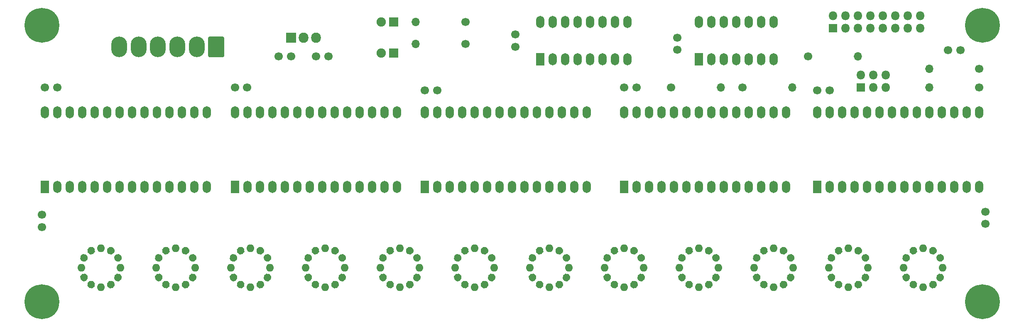
<source format=gbr>
%TF.GenerationSoftware,KiCad,Pcbnew,5.1.6-c6e7f7d~86~ubuntu20.04.1*%
%TF.CreationDate,2020-07-03T06:45:37-04:00*%
%TF.ProjectId,vfd-display,7666642d-6469-4737-906c-61792e6b6963,rev?*%
%TF.SameCoordinates,Original*%
%TF.FileFunction,Soldermask,Top*%
%TF.FilePolarity,Negative*%
%FSLAX46Y46*%
G04 Gerber Fmt 4.6, Leading zero omitted, Abs format (unit mm)*
G04 Created by KiCad (PCBNEW 5.1.6-c6e7f7d~86~ubuntu20.04.1) date 2020-07-03 06:45:37*
%MOMM*%
%LPD*%
G01*
G04 APERTURE LIST*
%ADD10C,7.100000*%
%ADD11C,1.700000*%
%ADD12R,1.900000X1.900000*%
%ADD13C,1.900000*%
%ADD14R,1.800000X1.800000*%
%ADD15O,1.800000X1.800000*%
%ADD16O,3.260000X4.200000*%
%ADD17O,1.700000X1.700000*%
%ADD18O,1.600000X1.600000*%
%ADD19O,1.700000X2.500000*%
%ADD20R,1.700000X2.500000*%
%ADD21R,2.005000X2.100000*%
%ADD22O,2.005000X2.100000*%
G04 APERTURE END LIST*
D10*
%TO.C,REF\u002A\u002A*%
X245745000Y-95885000D03*
%TD*%
%TO.C,REF\u002A\u002A*%
X245745000Y-39370000D03*
%TD*%
%TO.C,REF\u002A\u002A*%
X53975000Y-95885000D03*
%TD*%
%TO.C,REF\u002A\u002A*%
X53975000Y-39370000D03*
%TD*%
D11*
%TO.C,C1*%
X95845000Y-52070000D03*
X93345000Y-52070000D03*
%TD*%
%TO.C,C2*%
X54610000Y-52070000D03*
X57110000Y-52070000D03*
%TD*%
%TO.C,C3*%
X53975000Y-80605000D03*
X53975000Y-78105000D03*
%TD*%
%TO.C,C4*%
X112395000Y-45720000D03*
X109895000Y-45720000D03*
%TD*%
%TO.C,C5*%
X134580000Y-52705000D03*
X132080000Y-52705000D03*
%TD*%
%TO.C,C6*%
X246380000Y-77470000D03*
X246380000Y-79970000D03*
%TD*%
%TO.C,C7*%
X172720000Y-52070000D03*
X175220000Y-52070000D03*
%TD*%
%TO.C,C8*%
X241260000Y-44450000D03*
X238760000Y-44450000D03*
%TD*%
%TO.C,C9*%
X183515000Y-41910000D03*
X183515000Y-44410000D03*
%TD*%
%TO.C,C10*%
X102275000Y-45720000D03*
X104775000Y-45720000D03*
%TD*%
%TO.C,C11*%
X214590000Y-52705000D03*
X212090000Y-52705000D03*
%TD*%
%TO.C,C12*%
X150495000Y-41275000D03*
X150495000Y-43775000D03*
%TD*%
D12*
%TO.C,D1*%
X125730000Y-38735000D03*
D13*
X123190000Y-38735000D03*
%TD*%
%TO.C,D2*%
X123190000Y-45085000D03*
D12*
X125730000Y-45085000D03*
%TD*%
D14*
%TO.C,J1*%
X220980000Y-52070000D03*
D15*
X220980000Y-49530000D03*
X223520000Y-52070000D03*
X223520000Y-49530000D03*
X226060000Y-52070000D03*
X226060000Y-49530000D03*
%TD*%
%TO.C,J2*%
G36*
G01*
X91165000Y-41972911D02*
X91165000Y-45657089D01*
G75*
G02*
X90907089Y-45915000I-257911J0D01*
G01*
X88162911Y-45915000D01*
G75*
G02*
X87905000Y-45657089I0J257911D01*
G01*
X87905000Y-41972911D01*
G75*
G02*
X88162911Y-41715000I257911J0D01*
G01*
X90907089Y-41715000D01*
G75*
G02*
X91165000Y-41972911I0J-257911D01*
G01*
G37*
D16*
X85575000Y-43815000D03*
X81615000Y-43815000D03*
X77655000Y-43815000D03*
X73695000Y-43815000D03*
X69735000Y-43815000D03*
%TD*%
D14*
%TO.C,J3*%
X215265000Y-40005000D03*
D15*
X215265000Y-37465000D03*
X217805000Y-40005000D03*
X217805000Y-37465000D03*
X220345000Y-40005000D03*
X220345000Y-37465000D03*
X222885000Y-40005000D03*
X222885000Y-37465000D03*
X225425000Y-40005000D03*
X225425000Y-37465000D03*
X227965000Y-40005000D03*
X227965000Y-37465000D03*
X230505000Y-40005000D03*
X230505000Y-37465000D03*
X233045000Y-40005000D03*
X233045000Y-37465000D03*
%TD*%
D11*
%TO.C,R1*%
X245110000Y-48260000D03*
D17*
X234950000Y-48260000D03*
%TD*%
%TO.C,R2*%
X234950000Y-52070000D03*
D11*
X245110000Y-52070000D03*
%TD*%
%TO.C,R3*%
X196850000Y-52070000D03*
D17*
X207010000Y-52070000D03*
%TD*%
D11*
%TO.C,R4*%
X140335000Y-38735000D03*
D17*
X130175000Y-38735000D03*
%TD*%
%TO.C,R5*%
X220345000Y-45720000D03*
D11*
X210185000Y-45720000D03*
%TD*%
%TO.C,R6*%
X182245000Y-52070000D03*
D17*
X192405000Y-52070000D03*
%TD*%
%TO.C,R7*%
X130175000Y-43180000D03*
D11*
X140335000Y-43180000D03*
%TD*%
D18*
%TO.C,U1*%
X138240000Y-88900000D03*
G36*
G01*
X139468719Y-90500000D02*
X139468719Y-90500000D01*
G75*
G02*
X139175899Y-91592820I-692820J-400000D01*
G01*
X139175899Y-91592820D01*
G75*
G02*
X138083079Y-91300000I-400000J692820D01*
G01*
X138083079Y-91300000D01*
G75*
G02*
X138375899Y-90207180I692820J400000D01*
G01*
X138375899Y-90207180D01*
G75*
G02*
X139468719Y-90500000I400000J-692820D01*
G01*
G37*
G36*
G01*
X140640000Y-91671281D02*
X140640000Y-91671281D01*
G75*
G02*
X140932820Y-92764101I-400000J-692820D01*
G01*
X140932820Y-92764101D01*
G75*
G02*
X139840000Y-93056921I-692820J400000D01*
G01*
X139840000Y-93056921D01*
G75*
G02*
X139547180Y-91964101I400000J692820D01*
G01*
X139547180Y-91964101D01*
G75*
G02*
X140640000Y-91671281I692820J-400000D01*
G01*
G37*
X142240000Y-92900000D03*
G36*
G01*
X143839999Y-91671281D02*
X143839999Y-91671281D01*
G75*
G02*
X144932819Y-91964101I400000J-692820D01*
G01*
X144932819Y-91964101D01*
G75*
G02*
X144639999Y-93056921I-692820J-400000D01*
G01*
X144639999Y-93056921D01*
G75*
G02*
X143547179Y-92764101I-400000J692820D01*
G01*
X143547179Y-92764101D01*
G75*
G02*
X143839999Y-91671281I692820J400000D01*
G01*
G37*
G36*
G01*
X145011281Y-90499999D02*
X145011281Y-90499999D01*
G75*
G02*
X146104101Y-90207179I692820J-400000D01*
G01*
X146104101Y-90207179D01*
G75*
G02*
X146396921Y-91299999I-400000J-692820D01*
G01*
X146396921Y-91299999D01*
G75*
G02*
X145304101Y-91592819I-692820J400000D01*
G01*
X145304101Y-91592819D01*
G75*
G02*
X145011281Y-90499999I400000J692820D01*
G01*
G37*
X146240000Y-88900000D03*
G36*
G01*
X145011281Y-87300000D02*
X145011281Y-87300000D01*
G75*
G02*
X145304101Y-86207180I692820J400000D01*
G01*
X145304101Y-86207180D01*
G75*
G02*
X146396921Y-86500000I400000J-692820D01*
G01*
X146396921Y-86500000D01*
G75*
G02*
X146104101Y-87592820I-692820J-400000D01*
G01*
X146104101Y-87592820D01*
G75*
G02*
X145011281Y-87300000I-400000J692820D01*
G01*
G37*
G36*
G01*
X143839999Y-86128719D02*
X143839999Y-86128719D01*
G75*
G02*
X143547179Y-85035899I400000J692820D01*
G01*
X143547179Y-85035899D01*
G75*
G02*
X144639999Y-84743079I692820J-400000D01*
G01*
X144639999Y-84743079D01*
G75*
G02*
X144932819Y-85835899I-400000J-692820D01*
G01*
X144932819Y-85835899D01*
G75*
G02*
X143839999Y-86128719I-692820J400000D01*
G01*
G37*
X142240000Y-84900000D03*
G36*
G01*
X140640001Y-86128719D02*
X140640001Y-86128719D01*
G75*
G02*
X139547181Y-85835899I-400000J692820D01*
G01*
X139547181Y-85835899D01*
G75*
G02*
X139840001Y-84743079I692820J400000D01*
G01*
X139840001Y-84743079D01*
G75*
G02*
X140932821Y-85035899I400000J-692820D01*
G01*
X140932821Y-85035899D01*
G75*
G02*
X140640001Y-86128719I-692820J-400000D01*
G01*
G37*
G36*
G01*
X139468719Y-87300000D02*
X139468719Y-87300000D01*
G75*
G02*
X138375899Y-87592820I-692820J400000D01*
G01*
X138375899Y-87592820D01*
G75*
G02*
X138083079Y-86500000I400000J692820D01*
G01*
X138083079Y-86500000D01*
G75*
G02*
X139175899Y-86207180I692820J-400000D01*
G01*
X139175899Y-86207180D01*
G75*
G02*
X139468719Y-87300000I-400000J-692820D01*
G01*
G37*
%TD*%
%TO.C,U2*%
X62040000Y-88900000D03*
G36*
G01*
X63268719Y-90500000D02*
X63268719Y-90500000D01*
G75*
G02*
X62975899Y-91592820I-692820J-400000D01*
G01*
X62975899Y-91592820D01*
G75*
G02*
X61883079Y-91300000I-400000J692820D01*
G01*
X61883079Y-91300000D01*
G75*
G02*
X62175899Y-90207180I692820J400000D01*
G01*
X62175899Y-90207180D01*
G75*
G02*
X63268719Y-90500000I400000J-692820D01*
G01*
G37*
G36*
G01*
X64440000Y-91671281D02*
X64440000Y-91671281D01*
G75*
G02*
X64732820Y-92764101I-400000J-692820D01*
G01*
X64732820Y-92764101D01*
G75*
G02*
X63640000Y-93056921I-692820J400000D01*
G01*
X63640000Y-93056921D01*
G75*
G02*
X63347180Y-91964101I400000J692820D01*
G01*
X63347180Y-91964101D01*
G75*
G02*
X64440000Y-91671281I692820J-400000D01*
G01*
G37*
X66040000Y-92900000D03*
G36*
G01*
X67639999Y-91671281D02*
X67639999Y-91671281D01*
G75*
G02*
X68732819Y-91964101I400000J-692820D01*
G01*
X68732819Y-91964101D01*
G75*
G02*
X68439999Y-93056921I-692820J-400000D01*
G01*
X68439999Y-93056921D01*
G75*
G02*
X67347179Y-92764101I-400000J692820D01*
G01*
X67347179Y-92764101D01*
G75*
G02*
X67639999Y-91671281I692820J400000D01*
G01*
G37*
G36*
G01*
X68811281Y-90499999D02*
X68811281Y-90499999D01*
G75*
G02*
X69904101Y-90207179I692820J-400000D01*
G01*
X69904101Y-90207179D01*
G75*
G02*
X70196921Y-91299999I-400000J-692820D01*
G01*
X70196921Y-91299999D01*
G75*
G02*
X69104101Y-91592819I-692820J400000D01*
G01*
X69104101Y-91592819D01*
G75*
G02*
X68811281Y-90499999I400000J692820D01*
G01*
G37*
X70040000Y-88900000D03*
G36*
G01*
X68811281Y-87300000D02*
X68811281Y-87300000D01*
G75*
G02*
X69104101Y-86207180I692820J400000D01*
G01*
X69104101Y-86207180D01*
G75*
G02*
X70196921Y-86500000I400000J-692820D01*
G01*
X70196921Y-86500000D01*
G75*
G02*
X69904101Y-87592820I-692820J-400000D01*
G01*
X69904101Y-87592820D01*
G75*
G02*
X68811281Y-87300000I-400000J692820D01*
G01*
G37*
G36*
G01*
X67639999Y-86128719D02*
X67639999Y-86128719D01*
G75*
G02*
X67347179Y-85035899I400000J692820D01*
G01*
X67347179Y-85035899D01*
G75*
G02*
X68439999Y-84743079I692820J-400000D01*
G01*
X68439999Y-84743079D01*
G75*
G02*
X68732819Y-85835899I-400000J-692820D01*
G01*
X68732819Y-85835899D01*
G75*
G02*
X67639999Y-86128719I-692820J400000D01*
G01*
G37*
X66040000Y-84900000D03*
G36*
G01*
X64440001Y-86128719D02*
X64440001Y-86128719D01*
G75*
G02*
X63347181Y-85835899I-400000J692820D01*
G01*
X63347181Y-85835899D01*
G75*
G02*
X63640001Y-84743079I692820J400000D01*
G01*
X63640001Y-84743079D01*
G75*
G02*
X64732821Y-85035899I400000J-692820D01*
G01*
X64732821Y-85035899D01*
G75*
G02*
X64440001Y-86128719I-692820J-400000D01*
G01*
G37*
G36*
G01*
X63268719Y-87300000D02*
X63268719Y-87300000D01*
G75*
G02*
X62175899Y-87592820I-692820J400000D01*
G01*
X62175899Y-87592820D01*
G75*
G02*
X61883079Y-86500000I400000J692820D01*
G01*
X61883079Y-86500000D01*
G75*
G02*
X62975899Y-86207180I692820J-400000D01*
G01*
X62975899Y-86207180D01*
G75*
G02*
X63268719Y-87300000I-400000J-692820D01*
G01*
G37*
%TD*%
D19*
%TO.C,U3*%
X132080000Y-57150000D03*
X165100000Y-72390000D03*
X134620000Y-57150000D03*
X162560000Y-72390000D03*
X137160000Y-57150000D03*
X160020000Y-72390000D03*
X139700000Y-57150000D03*
X157480000Y-72390000D03*
X142240000Y-57150000D03*
X154940000Y-72390000D03*
X144780000Y-57150000D03*
X152400000Y-72390000D03*
X147320000Y-57150000D03*
X149860000Y-72390000D03*
X149860000Y-57150000D03*
X147320000Y-72390000D03*
X152400000Y-57150000D03*
X144780000Y-72390000D03*
X154940000Y-57150000D03*
X142240000Y-72390000D03*
X157480000Y-57150000D03*
X139700000Y-72390000D03*
X160020000Y-57150000D03*
X137160000Y-72390000D03*
X162560000Y-57150000D03*
X134620000Y-72390000D03*
X165100000Y-57150000D03*
D20*
X132080000Y-72390000D03*
%TD*%
D19*
%TO.C,U4*%
X54610000Y-57150000D03*
X87630000Y-72390000D03*
X57150000Y-57150000D03*
X85090000Y-72390000D03*
X59690000Y-57150000D03*
X82550000Y-72390000D03*
X62230000Y-57150000D03*
X80010000Y-72390000D03*
X64770000Y-57150000D03*
X77470000Y-72390000D03*
X67310000Y-57150000D03*
X74930000Y-72390000D03*
X69850000Y-57150000D03*
X72390000Y-72390000D03*
X72390000Y-57150000D03*
X69850000Y-72390000D03*
X74930000Y-57150000D03*
X67310000Y-72390000D03*
X77470000Y-57150000D03*
X64770000Y-72390000D03*
X80010000Y-57150000D03*
X62230000Y-72390000D03*
X82550000Y-57150000D03*
X59690000Y-72390000D03*
X85090000Y-57150000D03*
X57150000Y-72390000D03*
X87630000Y-57150000D03*
D20*
X54610000Y-72390000D03*
%TD*%
%TO.C,U5*%
G36*
G01*
X154708719Y-87300000D02*
X154708719Y-87300000D01*
G75*
G02*
X153615899Y-87592820I-692820J400000D01*
G01*
X153615899Y-87592820D01*
G75*
G02*
X153323079Y-86500000I400000J692820D01*
G01*
X153323079Y-86500000D01*
G75*
G02*
X154415899Y-86207180I692820J-400000D01*
G01*
X154415899Y-86207180D01*
G75*
G02*
X154708719Y-87300000I-400000J-692820D01*
G01*
G37*
G36*
G01*
X155880001Y-86128719D02*
X155880001Y-86128719D01*
G75*
G02*
X154787181Y-85835899I-400000J692820D01*
G01*
X154787181Y-85835899D01*
G75*
G02*
X155080001Y-84743079I692820J400000D01*
G01*
X155080001Y-84743079D01*
G75*
G02*
X156172821Y-85035899I400000J-692820D01*
G01*
X156172821Y-85035899D01*
G75*
G02*
X155880001Y-86128719I-692820J-400000D01*
G01*
G37*
D18*
X157480000Y-84900000D03*
G36*
G01*
X159079999Y-86128719D02*
X159079999Y-86128719D01*
G75*
G02*
X158787179Y-85035899I400000J692820D01*
G01*
X158787179Y-85035899D01*
G75*
G02*
X159879999Y-84743079I692820J-400000D01*
G01*
X159879999Y-84743079D01*
G75*
G02*
X160172819Y-85835899I-400000J-692820D01*
G01*
X160172819Y-85835899D01*
G75*
G02*
X159079999Y-86128719I-692820J400000D01*
G01*
G37*
G36*
G01*
X160251281Y-87300000D02*
X160251281Y-87300000D01*
G75*
G02*
X160544101Y-86207180I692820J400000D01*
G01*
X160544101Y-86207180D01*
G75*
G02*
X161636921Y-86500000I400000J-692820D01*
G01*
X161636921Y-86500000D01*
G75*
G02*
X161344101Y-87592820I-692820J-400000D01*
G01*
X161344101Y-87592820D01*
G75*
G02*
X160251281Y-87300000I-400000J692820D01*
G01*
G37*
X161480000Y-88900000D03*
G36*
G01*
X160251281Y-90499999D02*
X160251281Y-90499999D01*
G75*
G02*
X161344101Y-90207179I692820J-400000D01*
G01*
X161344101Y-90207179D01*
G75*
G02*
X161636921Y-91299999I-400000J-692820D01*
G01*
X161636921Y-91299999D01*
G75*
G02*
X160544101Y-91592819I-692820J400000D01*
G01*
X160544101Y-91592819D01*
G75*
G02*
X160251281Y-90499999I400000J692820D01*
G01*
G37*
G36*
G01*
X159079999Y-91671281D02*
X159079999Y-91671281D01*
G75*
G02*
X160172819Y-91964101I400000J-692820D01*
G01*
X160172819Y-91964101D01*
G75*
G02*
X159879999Y-93056921I-692820J-400000D01*
G01*
X159879999Y-93056921D01*
G75*
G02*
X158787179Y-92764101I-400000J692820D01*
G01*
X158787179Y-92764101D01*
G75*
G02*
X159079999Y-91671281I692820J400000D01*
G01*
G37*
X157480000Y-92900000D03*
G36*
G01*
X155880000Y-91671281D02*
X155880000Y-91671281D01*
G75*
G02*
X156172820Y-92764101I-400000J-692820D01*
G01*
X156172820Y-92764101D01*
G75*
G02*
X155080000Y-93056921I-692820J400000D01*
G01*
X155080000Y-93056921D01*
G75*
G02*
X154787180Y-91964101I400000J692820D01*
G01*
X154787180Y-91964101D01*
G75*
G02*
X155880000Y-91671281I692820J-400000D01*
G01*
G37*
G36*
G01*
X154708719Y-90500000D02*
X154708719Y-90500000D01*
G75*
G02*
X154415899Y-91592820I-692820J-400000D01*
G01*
X154415899Y-91592820D01*
G75*
G02*
X153323079Y-91300000I-400000J692820D01*
G01*
X153323079Y-91300000D01*
G75*
G02*
X153615899Y-90207180I692820J400000D01*
G01*
X153615899Y-90207180D01*
G75*
G02*
X154708719Y-90500000I400000J-692820D01*
G01*
G37*
X153480000Y-88900000D03*
%TD*%
%TO.C,U6*%
X77280000Y-88900000D03*
G36*
G01*
X78508719Y-90500000D02*
X78508719Y-90500000D01*
G75*
G02*
X78215899Y-91592820I-692820J-400000D01*
G01*
X78215899Y-91592820D01*
G75*
G02*
X77123079Y-91300000I-400000J692820D01*
G01*
X77123079Y-91300000D01*
G75*
G02*
X77415899Y-90207180I692820J400000D01*
G01*
X77415899Y-90207180D01*
G75*
G02*
X78508719Y-90500000I400000J-692820D01*
G01*
G37*
G36*
G01*
X79680000Y-91671281D02*
X79680000Y-91671281D01*
G75*
G02*
X79972820Y-92764101I-400000J-692820D01*
G01*
X79972820Y-92764101D01*
G75*
G02*
X78880000Y-93056921I-692820J400000D01*
G01*
X78880000Y-93056921D01*
G75*
G02*
X78587180Y-91964101I400000J692820D01*
G01*
X78587180Y-91964101D01*
G75*
G02*
X79680000Y-91671281I692820J-400000D01*
G01*
G37*
X81280000Y-92900000D03*
G36*
G01*
X82879999Y-91671281D02*
X82879999Y-91671281D01*
G75*
G02*
X83972819Y-91964101I400000J-692820D01*
G01*
X83972819Y-91964101D01*
G75*
G02*
X83679999Y-93056921I-692820J-400000D01*
G01*
X83679999Y-93056921D01*
G75*
G02*
X82587179Y-92764101I-400000J692820D01*
G01*
X82587179Y-92764101D01*
G75*
G02*
X82879999Y-91671281I692820J400000D01*
G01*
G37*
G36*
G01*
X84051281Y-90499999D02*
X84051281Y-90499999D01*
G75*
G02*
X85144101Y-90207179I692820J-400000D01*
G01*
X85144101Y-90207179D01*
G75*
G02*
X85436921Y-91299999I-400000J-692820D01*
G01*
X85436921Y-91299999D01*
G75*
G02*
X84344101Y-91592819I-692820J400000D01*
G01*
X84344101Y-91592819D01*
G75*
G02*
X84051281Y-90499999I400000J692820D01*
G01*
G37*
X85280000Y-88900000D03*
G36*
G01*
X84051281Y-87300000D02*
X84051281Y-87300000D01*
G75*
G02*
X84344101Y-86207180I692820J400000D01*
G01*
X84344101Y-86207180D01*
G75*
G02*
X85436921Y-86500000I400000J-692820D01*
G01*
X85436921Y-86500000D01*
G75*
G02*
X85144101Y-87592820I-692820J-400000D01*
G01*
X85144101Y-87592820D01*
G75*
G02*
X84051281Y-87300000I-400000J692820D01*
G01*
G37*
G36*
G01*
X82879999Y-86128719D02*
X82879999Y-86128719D01*
G75*
G02*
X82587179Y-85035899I400000J692820D01*
G01*
X82587179Y-85035899D01*
G75*
G02*
X83679999Y-84743079I692820J-400000D01*
G01*
X83679999Y-84743079D01*
G75*
G02*
X83972819Y-85835899I-400000J-692820D01*
G01*
X83972819Y-85835899D01*
G75*
G02*
X82879999Y-86128719I-692820J400000D01*
G01*
G37*
X81280000Y-84900000D03*
G36*
G01*
X79680001Y-86128719D02*
X79680001Y-86128719D01*
G75*
G02*
X78587181Y-85835899I-400000J692820D01*
G01*
X78587181Y-85835899D01*
G75*
G02*
X78880001Y-84743079I692820J400000D01*
G01*
X78880001Y-84743079D01*
G75*
G02*
X79972821Y-85035899I400000J-692820D01*
G01*
X79972821Y-85035899D01*
G75*
G02*
X79680001Y-86128719I-692820J-400000D01*
G01*
G37*
G36*
G01*
X78508719Y-87300000D02*
X78508719Y-87300000D01*
G75*
G02*
X77415899Y-87592820I-692820J400000D01*
G01*
X77415899Y-87592820D01*
G75*
G02*
X77123079Y-86500000I400000J692820D01*
G01*
X77123079Y-86500000D01*
G75*
G02*
X78215899Y-86207180I692820J-400000D01*
G01*
X78215899Y-86207180D01*
G75*
G02*
X78508719Y-87300000I-400000J-692820D01*
G01*
G37*
%TD*%
%TO.C,U7*%
G36*
G01*
X169948719Y-87300000D02*
X169948719Y-87300000D01*
G75*
G02*
X168855899Y-87592820I-692820J400000D01*
G01*
X168855899Y-87592820D01*
G75*
G02*
X168563079Y-86500000I400000J692820D01*
G01*
X168563079Y-86500000D01*
G75*
G02*
X169655899Y-86207180I692820J-400000D01*
G01*
X169655899Y-86207180D01*
G75*
G02*
X169948719Y-87300000I-400000J-692820D01*
G01*
G37*
G36*
G01*
X171120001Y-86128719D02*
X171120001Y-86128719D01*
G75*
G02*
X170027181Y-85835899I-400000J692820D01*
G01*
X170027181Y-85835899D01*
G75*
G02*
X170320001Y-84743079I692820J400000D01*
G01*
X170320001Y-84743079D01*
G75*
G02*
X171412821Y-85035899I400000J-692820D01*
G01*
X171412821Y-85035899D01*
G75*
G02*
X171120001Y-86128719I-692820J-400000D01*
G01*
G37*
X172720000Y-84900000D03*
G36*
G01*
X174319999Y-86128719D02*
X174319999Y-86128719D01*
G75*
G02*
X174027179Y-85035899I400000J692820D01*
G01*
X174027179Y-85035899D01*
G75*
G02*
X175119999Y-84743079I692820J-400000D01*
G01*
X175119999Y-84743079D01*
G75*
G02*
X175412819Y-85835899I-400000J-692820D01*
G01*
X175412819Y-85835899D01*
G75*
G02*
X174319999Y-86128719I-692820J400000D01*
G01*
G37*
G36*
G01*
X175491281Y-87300000D02*
X175491281Y-87300000D01*
G75*
G02*
X175784101Y-86207180I692820J400000D01*
G01*
X175784101Y-86207180D01*
G75*
G02*
X176876921Y-86500000I400000J-692820D01*
G01*
X176876921Y-86500000D01*
G75*
G02*
X176584101Y-87592820I-692820J-400000D01*
G01*
X176584101Y-87592820D01*
G75*
G02*
X175491281Y-87300000I-400000J692820D01*
G01*
G37*
X176720000Y-88900000D03*
G36*
G01*
X175491281Y-90499999D02*
X175491281Y-90499999D01*
G75*
G02*
X176584101Y-90207179I692820J-400000D01*
G01*
X176584101Y-90207179D01*
G75*
G02*
X176876921Y-91299999I-400000J-692820D01*
G01*
X176876921Y-91299999D01*
G75*
G02*
X175784101Y-91592819I-692820J400000D01*
G01*
X175784101Y-91592819D01*
G75*
G02*
X175491281Y-90499999I400000J692820D01*
G01*
G37*
G36*
G01*
X174319999Y-91671281D02*
X174319999Y-91671281D01*
G75*
G02*
X175412819Y-91964101I400000J-692820D01*
G01*
X175412819Y-91964101D01*
G75*
G02*
X175119999Y-93056921I-692820J-400000D01*
G01*
X175119999Y-93056921D01*
G75*
G02*
X174027179Y-92764101I-400000J692820D01*
G01*
X174027179Y-92764101D01*
G75*
G02*
X174319999Y-91671281I692820J400000D01*
G01*
G37*
X172720000Y-92900000D03*
G36*
G01*
X171120000Y-91671281D02*
X171120000Y-91671281D01*
G75*
G02*
X171412820Y-92764101I-400000J-692820D01*
G01*
X171412820Y-92764101D01*
G75*
G02*
X170320000Y-93056921I-692820J400000D01*
G01*
X170320000Y-93056921D01*
G75*
G02*
X170027180Y-91964101I400000J692820D01*
G01*
X170027180Y-91964101D01*
G75*
G02*
X171120000Y-91671281I692820J-400000D01*
G01*
G37*
G36*
G01*
X169948719Y-90500000D02*
X169948719Y-90500000D01*
G75*
G02*
X169655899Y-91592820I-692820J-400000D01*
G01*
X169655899Y-91592820D01*
G75*
G02*
X168563079Y-91300000I-400000J692820D01*
G01*
X168563079Y-91300000D01*
G75*
G02*
X168855899Y-90207180I692820J400000D01*
G01*
X168855899Y-90207180D01*
G75*
G02*
X169948719Y-90500000I400000J-692820D01*
G01*
G37*
X168720000Y-88900000D03*
%TD*%
%TO.C,U8*%
G36*
G01*
X93748719Y-87300000D02*
X93748719Y-87300000D01*
G75*
G02*
X92655899Y-87592820I-692820J400000D01*
G01*
X92655899Y-87592820D01*
G75*
G02*
X92363079Y-86500000I400000J692820D01*
G01*
X92363079Y-86500000D01*
G75*
G02*
X93455899Y-86207180I692820J-400000D01*
G01*
X93455899Y-86207180D01*
G75*
G02*
X93748719Y-87300000I-400000J-692820D01*
G01*
G37*
G36*
G01*
X94920001Y-86128719D02*
X94920001Y-86128719D01*
G75*
G02*
X93827181Y-85835899I-400000J692820D01*
G01*
X93827181Y-85835899D01*
G75*
G02*
X94120001Y-84743079I692820J400000D01*
G01*
X94120001Y-84743079D01*
G75*
G02*
X95212821Y-85035899I400000J-692820D01*
G01*
X95212821Y-85035899D01*
G75*
G02*
X94920001Y-86128719I-692820J-400000D01*
G01*
G37*
X96520000Y-84900000D03*
G36*
G01*
X98119999Y-86128719D02*
X98119999Y-86128719D01*
G75*
G02*
X97827179Y-85035899I400000J692820D01*
G01*
X97827179Y-85035899D01*
G75*
G02*
X98919999Y-84743079I692820J-400000D01*
G01*
X98919999Y-84743079D01*
G75*
G02*
X99212819Y-85835899I-400000J-692820D01*
G01*
X99212819Y-85835899D01*
G75*
G02*
X98119999Y-86128719I-692820J400000D01*
G01*
G37*
G36*
G01*
X99291281Y-87300000D02*
X99291281Y-87300000D01*
G75*
G02*
X99584101Y-86207180I692820J400000D01*
G01*
X99584101Y-86207180D01*
G75*
G02*
X100676921Y-86500000I400000J-692820D01*
G01*
X100676921Y-86500000D01*
G75*
G02*
X100384101Y-87592820I-692820J-400000D01*
G01*
X100384101Y-87592820D01*
G75*
G02*
X99291281Y-87300000I-400000J692820D01*
G01*
G37*
X100520000Y-88900000D03*
G36*
G01*
X99291281Y-90499999D02*
X99291281Y-90499999D01*
G75*
G02*
X100384101Y-90207179I692820J-400000D01*
G01*
X100384101Y-90207179D01*
G75*
G02*
X100676921Y-91299999I-400000J-692820D01*
G01*
X100676921Y-91299999D01*
G75*
G02*
X99584101Y-91592819I-692820J400000D01*
G01*
X99584101Y-91592819D01*
G75*
G02*
X99291281Y-90499999I400000J692820D01*
G01*
G37*
G36*
G01*
X98119999Y-91671281D02*
X98119999Y-91671281D01*
G75*
G02*
X99212819Y-91964101I400000J-692820D01*
G01*
X99212819Y-91964101D01*
G75*
G02*
X98919999Y-93056921I-692820J-400000D01*
G01*
X98919999Y-93056921D01*
G75*
G02*
X97827179Y-92764101I-400000J692820D01*
G01*
X97827179Y-92764101D01*
G75*
G02*
X98119999Y-91671281I692820J400000D01*
G01*
G37*
X96520000Y-92900000D03*
G36*
G01*
X94920000Y-91671281D02*
X94920000Y-91671281D01*
G75*
G02*
X95212820Y-92764101I-400000J-692820D01*
G01*
X95212820Y-92764101D01*
G75*
G02*
X94120000Y-93056921I-692820J400000D01*
G01*
X94120000Y-93056921D01*
G75*
G02*
X93827180Y-91964101I400000J692820D01*
G01*
X93827180Y-91964101D01*
G75*
G02*
X94920000Y-91671281I692820J-400000D01*
G01*
G37*
G36*
G01*
X93748719Y-90500000D02*
X93748719Y-90500000D01*
G75*
G02*
X93455899Y-91592820I-692820J-400000D01*
G01*
X93455899Y-91592820D01*
G75*
G02*
X92363079Y-91300000I-400000J692820D01*
G01*
X92363079Y-91300000D01*
G75*
G02*
X92655899Y-90207180I692820J400000D01*
G01*
X92655899Y-90207180D01*
G75*
G02*
X93748719Y-90500000I400000J-692820D01*
G01*
G37*
X92520000Y-88900000D03*
%TD*%
%TO.C,U9*%
X183960000Y-88900000D03*
G36*
G01*
X185188719Y-90500000D02*
X185188719Y-90500000D01*
G75*
G02*
X184895899Y-91592820I-692820J-400000D01*
G01*
X184895899Y-91592820D01*
G75*
G02*
X183803079Y-91300000I-400000J692820D01*
G01*
X183803079Y-91300000D01*
G75*
G02*
X184095899Y-90207180I692820J400000D01*
G01*
X184095899Y-90207180D01*
G75*
G02*
X185188719Y-90500000I400000J-692820D01*
G01*
G37*
G36*
G01*
X186360000Y-91671281D02*
X186360000Y-91671281D01*
G75*
G02*
X186652820Y-92764101I-400000J-692820D01*
G01*
X186652820Y-92764101D01*
G75*
G02*
X185560000Y-93056921I-692820J400000D01*
G01*
X185560000Y-93056921D01*
G75*
G02*
X185267180Y-91964101I400000J692820D01*
G01*
X185267180Y-91964101D01*
G75*
G02*
X186360000Y-91671281I692820J-400000D01*
G01*
G37*
X187960000Y-92900000D03*
G36*
G01*
X189559999Y-91671281D02*
X189559999Y-91671281D01*
G75*
G02*
X190652819Y-91964101I400000J-692820D01*
G01*
X190652819Y-91964101D01*
G75*
G02*
X190359999Y-93056921I-692820J-400000D01*
G01*
X190359999Y-93056921D01*
G75*
G02*
X189267179Y-92764101I-400000J692820D01*
G01*
X189267179Y-92764101D01*
G75*
G02*
X189559999Y-91671281I692820J400000D01*
G01*
G37*
G36*
G01*
X190731281Y-90499999D02*
X190731281Y-90499999D01*
G75*
G02*
X191824101Y-90207179I692820J-400000D01*
G01*
X191824101Y-90207179D01*
G75*
G02*
X192116921Y-91299999I-400000J-692820D01*
G01*
X192116921Y-91299999D01*
G75*
G02*
X191024101Y-91592819I-692820J400000D01*
G01*
X191024101Y-91592819D01*
G75*
G02*
X190731281Y-90499999I400000J692820D01*
G01*
G37*
X191960000Y-88900000D03*
G36*
G01*
X190731281Y-87300000D02*
X190731281Y-87300000D01*
G75*
G02*
X191024101Y-86207180I692820J400000D01*
G01*
X191024101Y-86207180D01*
G75*
G02*
X192116921Y-86500000I400000J-692820D01*
G01*
X192116921Y-86500000D01*
G75*
G02*
X191824101Y-87592820I-692820J-400000D01*
G01*
X191824101Y-87592820D01*
G75*
G02*
X190731281Y-87300000I-400000J692820D01*
G01*
G37*
G36*
G01*
X189559999Y-86128719D02*
X189559999Y-86128719D01*
G75*
G02*
X189267179Y-85035899I400000J692820D01*
G01*
X189267179Y-85035899D01*
G75*
G02*
X190359999Y-84743079I692820J-400000D01*
G01*
X190359999Y-84743079D01*
G75*
G02*
X190652819Y-85835899I-400000J-692820D01*
G01*
X190652819Y-85835899D01*
G75*
G02*
X189559999Y-86128719I-692820J400000D01*
G01*
G37*
X187960000Y-84900000D03*
G36*
G01*
X186360001Y-86128719D02*
X186360001Y-86128719D01*
G75*
G02*
X185267181Y-85835899I-400000J692820D01*
G01*
X185267181Y-85835899D01*
G75*
G02*
X185560001Y-84743079I692820J400000D01*
G01*
X185560001Y-84743079D01*
G75*
G02*
X186652821Y-85035899I400000J-692820D01*
G01*
X186652821Y-85035899D01*
G75*
G02*
X186360001Y-86128719I-692820J-400000D01*
G01*
G37*
G36*
G01*
X185188719Y-87300000D02*
X185188719Y-87300000D01*
G75*
G02*
X184095899Y-87592820I-692820J400000D01*
G01*
X184095899Y-87592820D01*
G75*
G02*
X183803079Y-86500000I400000J692820D01*
G01*
X183803079Y-86500000D01*
G75*
G02*
X184895899Y-86207180I692820J-400000D01*
G01*
X184895899Y-86207180D01*
G75*
G02*
X185188719Y-87300000I-400000J-692820D01*
G01*
G37*
%TD*%
%TO.C,U10*%
G36*
G01*
X108988719Y-87300000D02*
X108988719Y-87300000D01*
G75*
G02*
X107895899Y-87592820I-692820J400000D01*
G01*
X107895899Y-87592820D01*
G75*
G02*
X107603079Y-86500000I400000J692820D01*
G01*
X107603079Y-86500000D01*
G75*
G02*
X108695899Y-86207180I692820J-400000D01*
G01*
X108695899Y-86207180D01*
G75*
G02*
X108988719Y-87300000I-400000J-692820D01*
G01*
G37*
G36*
G01*
X110160001Y-86128719D02*
X110160001Y-86128719D01*
G75*
G02*
X109067181Y-85835899I-400000J692820D01*
G01*
X109067181Y-85835899D01*
G75*
G02*
X109360001Y-84743079I692820J400000D01*
G01*
X109360001Y-84743079D01*
G75*
G02*
X110452821Y-85035899I400000J-692820D01*
G01*
X110452821Y-85035899D01*
G75*
G02*
X110160001Y-86128719I-692820J-400000D01*
G01*
G37*
X111760000Y-84900000D03*
G36*
G01*
X113359999Y-86128719D02*
X113359999Y-86128719D01*
G75*
G02*
X113067179Y-85035899I400000J692820D01*
G01*
X113067179Y-85035899D01*
G75*
G02*
X114159999Y-84743079I692820J-400000D01*
G01*
X114159999Y-84743079D01*
G75*
G02*
X114452819Y-85835899I-400000J-692820D01*
G01*
X114452819Y-85835899D01*
G75*
G02*
X113359999Y-86128719I-692820J400000D01*
G01*
G37*
G36*
G01*
X114531281Y-87300000D02*
X114531281Y-87300000D01*
G75*
G02*
X114824101Y-86207180I692820J400000D01*
G01*
X114824101Y-86207180D01*
G75*
G02*
X115916921Y-86500000I400000J-692820D01*
G01*
X115916921Y-86500000D01*
G75*
G02*
X115624101Y-87592820I-692820J-400000D01*
G01*
X115624101Y-87592820D01*
G75*
G02*
X114531281Y-87300000I-400000J692820D01*
G01*
G37*
X115760000Y-88900000D03*
G36*
G01*
X114531281Y-90499999D02*
X114531281Y-90499999D01*
G75*
G02*
X115624101Y-90207179I692820J-400000D01*
G01*
X115624101Y-90207179D01*
G75*
G02*
X115916921Y-91299999I-400000J-692820D01*
G01*
X115916921Y-91299999D01*
G75*
G02*
X114824101Y-91592819I-692820J400000D01*
G01*
X114824101Y-91592819D01*
G75*
G02*
X114531281Y-90499999I400000J692820D01*
G01*
G37*
G36*
G01*
X113359999Y-91671281D02*
X113359999Y-91671281D01*
G75*
G02*
X114452819Y-91964101I400000J-692820D01*
G01*
X114452819Y-91964101D01*
G75*
G02*
X114159999Y-93056921I-692820J-400000D01*
G01*
X114159999Y-93056921D01*
G75*
G02*
X113067179Y-92764101I-400000J692820D01*
G01*
X113067179Y-92764101D01*
G75*
G02*
X113359999Y-91671281I692820J400000D01*
G01*
G37*
X111760000Y-92900000D03*
G36*
G01*
X110160000Y-91671281D02*
X110160000Y-91671281D01*
G75*
G02*
X110452820Y-92764101I-400000J-692820D01*
G01*
X110452820Y-92764101D01*
G75*
G02*
X109360000Y-93056921I-692820J400000D01*
G01*
X109360000Y-93056921D01*
G75*
G02*
X109067180Y-91964101I400000J692820D01*
G01*
X109067180Y-91964101D01*
G75*
G02*
X110160000Y-91671281I692820J-400000D01*
G01*
G37*
G36*
G01*
X108988719Y-90500000D02*
X108988719Y-90500000D01*
G75*
G02*
X108695899Y-91592820I-692820J-400000D01*
G01*
X108695899Y-91592820D01*
G75*
G02*
X107603079Y-91300000I-400000J692820D01*
G01*
X107603079Y-91300000D01*
G75*
G02*
X107895899Y-90207180I692820J400000D01*
G01*
X107895899Y-90207180D01*
G75*
G02*
X108988719Y-90500000I400000J-692820D01*
G01*
G37*
X107760000Y-88900000D03*
%TD*%
D20*
%TO.C,U11*%
X172720000Y-72390000D03*
D19*
X205740000Y-57150000D03*
X175260000Y-72390000D03*
X203200000Y-57150000D03*
X177800000Y-72390000D03*
X200660000Y-57150000D03*
X180340000Y-72390000D03*
X198120000Y-57150000D03*
X182880000Y-72390000D03*
X195580000Y-57150000D03*
X185420000Y-72390000D03*
X193040000Y-57150000D03*
X187960000Y-72390000D03*
X190500000Y-57150000D03*
X190500000Y-72390000D03*
X187960000Y-57150000D03*
X193040000Y-72390000D03*
X185420000Y-57150000D03*
X195580000Y-72390000D03*
X182880000Y-57150000D03*
X198120000Y-72390000D03*
X180340000Y-57150000D03*
X200660000Y-72390000D03*
X177800000Y-57150000D03*
X203200000Y-72390000D03*
X175260000Y-57150000D03*
X205740000Y-72390000D03*
X172720000Y-57150000D03*
%TD*%
D20*
%TO.C,U12*%
X93345000Y-72390000D03*
D19*
X126365000Y-57150000D03*
X95885000Y-72390000D03*
X123825000Y-57150000D03*
X98425000Y-72390000D03*
X121285000Y-57150000D03*
X100965000Y-72390000D03*
X118745000Y-57150000D03*
X103505000Y-72390000D03*
X116205000Y-57150000D03*
X106045000Y-72390000D03*
X113665000Y-57150000D03*
X108585000Y-72390000D03*
X111125000Y-57150000D03*
X111125000Y-72390000D03*
X108585000Y-57150000D03*
X113665000Y-72390000D03*
X106045000Y-57150000D03*
X116205000Y-72390000D03*
X103505000Y-57150000D03*
X118745000Y-72390000D03*
X100965000Y-57150000D03*
X121285000Y-72390000D03*
X98425000Y-57150000D03*
X123825000Y-72390000D03*
X95885000Y-57150000D03*
X126365000Y-72390000D03*
X93345000Y-57150000D03*
%TD*%
%TO.C,U13*%
G36*
G01*
X200428719Y-87300000D02*
X200428719Y-87300000D01*
G75*
G02*
X199335899Y-87592820I-692820J400000D01*
G01*
X199335899Y-87592820D01*
G75*
G02*
X199043079Y-86500000I400000J692820D01*
G01*
X199043079Y-86500000D01*
G75*
G02*
X200135899Y-86207180I692820J-400000D01*
G01*
X200135899Y-86207180D01*
G75*
G02*
X200428719Y-87300000I-400000J-692820D01*
G01*
G37*
G36*
G01*
X201600001Y-86128719D02*
X201600001Y-86128719D01*
G75*
G02*
X200507181Y-85835899I-400000J692820D01*
G01*
X200507181Y-85835899D01*
G75*
G02*
X200800001Y-84743079I692820J400000D01*
G01*
X200800001Y-84743079D01*
G75*
G02*
X201892821Y-85035899I400000J-692820D01*
G01*
X201892821Y-85035899D01*
G75*
G02*
X201600001Y-86128719I-692820J-400000D01*
G01*
G37*
D18*
X203200000Y-84900000D03*
G36*
G01*
X204799999Y-86128719D02*
X204799999Y-86128719D01*
G75*
G02*
X204507179Y-85035899I400000J692820D01*
G01*
X204507179Y-85035899D01*
G75*
G02*
X205599999Y-84743079I692820J-400000D01*
G01*
X205599999Y-84743079D01*
G75*
G02*
X205892819Y-85835899I-400000J-692820D01*
G01*
X205892819Y-85835899D01*
G75*
G02*
X204799999Y-86128719I-692820J400000D01*
G01*
G37*
G36*
G01*
X205971281Y-87300000D02*
X205971281Y-87300000D01*
G75*
G02*
X206264101Y-86207180I692820J400000D01*
G01*
X206264101Y-86207180D01*
G75*
G02*
X207356921Y-86500000I400000J-692820D01*
G01*
X207356921Y-86500000D01*
G75*
G02*
X207064101Y-87592820I-692820J-400000D01*
G01*
X207064101Y-87592820D01*
G75*
G02*
X205971281Y-87300000I-400000J692820D01*
G01*
G37*
X207200000Y-88900000D03*
G36*
G01*
X205971281Y-90499999D02*
X205971281Y-90499999D01*
G75*
G02*
X207064101Y-90207179I692820J-400000D01*
G01*
X207064101Y-90207179D01*
G75*
G02*
X207356921Y-91299999I-400000J-692820D01*
G01*
X207356921Y-91299999D01*
G75*
G02*
X206264101Y-91592819I-692820J400000D01*
G01*
X206264101Y-91592819D01*
G75*
G02*
X205971281Y-90499999I400000J692820D01*
G01*
G37*
G36*
G01*
X204799999Y-91671281D02*
X204799999Y-91671281D01*
G75*
G02*
X205892819Y-91964101I400000J-692820D01*
G01*
X205892819Y-91964101D01*
G75*
G02*
X205599999Y-93056921I-692820J-400000D01*
G01*
X205599999Y-93056921D01*
G75*
G02*
X204507179Y-92764101I-400000J692820D01*
G01*
X204507179Y-92764101D01*
G75*
G02*
X204799999Y-91671281I692820J400000D01*
G01*
G37*
X203200000Y-92900000D03*
G36*
G01*
X201600000Y-91671281D02*
X201600000Y-91671281D01*
G75*
G02*
X201892820Y-92764101I-400000J-692820D01*
G01*
X201892820Y-92764101D01*
G75*
G02*
X200800000Y-93056921I-692820J400000D01*
G01*
X200800000Y-93056921D01*
G75*
G02*
X200507180Y-91964101I400000J692820D01*
G01*
X200507180Y-91964101D01*
G75*
G02*
X201600000Y-91671281I692820J-400000D01*
G01*
G37*
G36*
G01*
X200428719Y-90500000D02*
X200428719Y-90500000D01*
G75*
G02*
X200135899Y-91592820I-692820J-400000D01*
G01*
X200135899Y-91592820D01*
G75*
G02*
X199043079Y-91300000I-400000J692820D01*
G01*
X199043079Y-91300000D01*
G75*
G02*
X199335899Y-90207180I692820J400000D01*
G01*
X199335899Y-90207180D01*
G75*
G02*
X200428719Y-90500000I400000J-692820D01*
G01*
G37*
X199200000Y-88900000D03*
%TD*%
%TO.C,U14*%
X123000000Y-88900000D03*
G36*
G01*
X124228719Y-90500000D02*
X124228719Y-90500000D01*
G75*
G02*
X123935899Y-91592820I-692820J-400000D01*
G01*
X123935899Y-91592820D01*
G75*
G02*
X122843079Y-91300000I-400000J692820D01*
G01*
X122843079Y-91300000D01*
G75*
G02*
X123135899Y-90207180I692820J400000D01*
G01*
X123135899Y-90207180D01*
G75*
G02*
X124228719Y-90500000I400000J-692820D01*
G01*
G37*
G36*
G01*
X125400000Y-91671281D02*
X125400000Y-91671281D01*
G75*
G02*
X125692820Y-92764101I-400000J-692820D01*
G01*
X125692820Y-92764101D01*
G75*
G02*
X124600000Y-93056921I-692820J400000D01*
G01*
X124600000Y-93056921D01*
G75*
G02*
X124307180Y-91964101I400000J692820D01*
G01*
X124307180Y-91964101D01*
G75*
G02*
X125400000Y-91671281I692820J-400000D01*
G01*
G37*
X127000000Y-92900000D03*
G36*
G01*
X128599999Y-91671281D02*
X128599999Y-91671281D01*
G75*
G02*
X129692819Y-91964101I400000J-692820D01*
G01*
X129692819Y-91964101D01*
G75*
G02*
X129399999Y-93056921I-692820J-400000D01*
G01*
X129399999Y-93056921D01*
G75*
G02*
X128307179Y-92764101I-400000J692820D01*
G01*
X128307179Y-92764101D01*
G75*
G02*
X128599999Y-91671281I692820J400000D01*
G01*
G37*
G36*
G01*
X129771281Y-90499999D02*
X129771281Y-90499999D01*
G75*
G02*
X130864101Y-90207179I692820J-400000D01*
G01*
X130864101Y-90207179D01*
G75*
G02*
X131156921Y-91299999I-400000J-692820D01*
G01*
X131156921Y-91299999D01*
G75*
G02*
X130064101Y-91592819I-692820J400000D01*
G01*
X130064101Y-91592819D01*
G75*
G02*
X129771281Y-90499999I400000J692820D01*
G01*
G37*
X131000000Y-88900000D03*
G36*
G01*
X129771281Y-87300000D02*
X129771281Y-87300000D01*
G75*
G02*
X130064101Y-86207180I692820J400000D01*
G01*
X130064101Y-86207180D01*
G75*
G02*
X131156921Y-86500000I400000J-692820D01*
G01*
X131156921Y-86500000D01*
G75*
G02*
X130864101Y-87592820I-692820J-400000D01*
G01*
X130864101Y-87592820D01*
G75*
G02*
X129771281Y-87300000I-400000J692820D01*
G01*
G37*
G36*
G01*
X128599999Y-86128719D02*
X128599999Y-86128719D01*
G75*
G02*
X128307179Y-85035899I400000J692820D01*
G01*
X128307179Y-85035899D01*
G75*
G02*
X129399999Y-84743079I692820J-400000D01*
G01*
X129399999Y-84743079D01*
G75*
G02*
X129692819Y-85835899I-400000J-692820D01*
G01*
X129692819Y-85835899D01*
G75*
G02*
X128599999Y-86128719I-692820J400000D01*
G01*
G37*
X127000000Y-84900000D03*
G36*
G01*
X125400001Y-86128719D02*
X125400001Y-86128719D01*
G75*
G02*
X124307181Y-85835899I-400000J692820D01*
G01*
X124307181Y-85835899D01*
G75*
G02*
X124600001Y-84743079I692820J400000D01*
G01*
X124600001Y-84743079D01*
G75*
G02*
X125692821Y-85035899I400000J-692820D01*
G01*
X125692821Y-85035899D01*
G75*
G02*
X125400001Y-86128719I-692820J-400000D01*
G01*
G37*
G36*
G01*
X124228719Y-87300000D02*
X124228719Y-87300000D01*
G75*
G02*
X123135899Y-87592820I-692820J400000D01*
G01*
X123135899Y-87592820D01*
G75*
G02*
X122843079Y-86500000I400000J692820D01*
G01*
X122843079Y-86500000D01*
G75*
G02*
X123935899Y-86207180I692820J-400000D01*
G01*
X123935899Y-86207180D01*
G75*
G02*
X124228719Y-87300000I-400000J-692820D01*
G01*
G37*
%TD*%
%TO.C,U15*%
X214440000Y-88900000D03*
G36*
G01*
X215668719Y-90500000D02*
X215668719Y-90500000D01*
G75*
G02*
X215375899Y-91592820I-692820J-400000D01*
G01*
X215375899Y-91592820D01*
G75*
G02*
X214283079Y-91300000I-400000J692820D01*
G01*
X214283079Y-91300000D01*
G75*
G02*
X214575899Y-90207180I692820J400000D01*
G01*
X214575899Y-90207180D01*
G75*
G02*
X215668719Y-90500000I400000J-692820D01*
G01*
G37*
G36*
G01*
X216840000Y-91671281D02*
X216840000Y-91671281D01*
G75*
G02*
X217132820Y-92764101I-400000J-692820D01*
G01*
X217132820Y-92764101D01*
G75*
G02*
X216040000Y-93056921I-692820J400000D01*
G01*
X216040000Y-93056921D01*
G75*
G02*
X215747180Y-91964101I400000J692820D01*
G01*
X215747180Y-91964101D01*
G75*
G02*
X216840000Y-91671281I692820J-400000D01*
G01*
G37*
X218440000Y-92900000D03*
G36*
G01*
X220039999Y-91671281D02*
X220039999Y-91671281D01*
G75*
G02*
X221132819Y-91964101I400000J-692820D01*
G01*
X221132819Y-91964101D01*
G75*
G02*
X220839999Y-93056921I-692820J-400000D01*
G01*
X220839999Y-93056921D01*
G75*
G02*
X219747179Y-92764101I-400000J692820D01*
G01*
X219747179Y-92764101D01*
G75*
G02*
X220039999Y-91671281I692820J400000D01*
G01*
G37*
G36*
G01*
X221211281Y-90499999D02*
X221211281Y-90499999D01*
G75*
G02*
X222304101Y-90207179I692820J-400000D01*
G01*
X222304101Y-90207179D01*
G75*
G02*
X222596921Y-91299999I-400000J-692820D01*
G01*
X222596921Y-91299999D01*
G75*
G02*
X221504101Y-91592819I-692820J400000D01*
G01*
X221504101Y-91592819D01*
G75*
G02*
X221211281Y-90499999I400000J692820D01*
G01*
G37*
X222440000Y-88900000D03*
G36*
G01*
X221211281Y-87300000D02*
X221211281Y-87300000D01*
G75*
G02*
X221504101Y-86207180I692820J400000D01*
G01*
X221504101Y-86207180D01*
G75*
G02*
X222596921Y-86500000I400000J-692820D01*
G01*
X222596921Y-86500000D01*
G75*
G02*
X222304101Y-87592820I-692820J-400000D01*
G01*
X222304101Y-87592820D01*
G75*
G02*
X221211281Y-87300000I-400000J692820D01*
G01*
G37*
G36*
G01*
X220039999Y-86128719D02*
X220039999Y-86128719D01*
G75*
G02*
X219747179Y-85035899I400000J692820D01*
G01*
X219747179Y-85035899D01*
G75*
G02*
X220839999Y-84743079I692820J-400000D01*
G01*
X220839999Y-84743079D01*
G75*
G02*
X221132819Y-85835899I-400000J-692820D01*
G01*
X221132819Y-85835899D01*
G75*
G02*
X220039999Y-86128719I-692820J400000D01*
G01*
G37*
X218440000Y-84900000D03*
G36*
G01*
X216840001Y-86128719D02*
X216840001Y-86128719D01*
G75*
G02*
X215747181Y-85835899I-400000J692820D01*
G01*
X215747181Y-85835899D01*
G75*
G02*
X216040001Y-84743079I692820J400000D01*
G01*
X216040001Y-84743079D01*
G75*
G02*
X217132821Y-85035899I400000J-692820D01*
G01*
X217132821Y-85035899D01*
G75*
G02*
X216840001Y-86128719I-692820J-400000D01*
G01*
G37*
G36*
G01*
X215668719Y-87300000D02*
X215668719Y-87300000D01*
G75*
G02*
X214575899Y-87592820I-692820J400000D01*
G01*
X214575899Y-87592820D01*
G75*
G02*
X214283079Y-86500000I400000J692820D01*
G01*
X214283079Y-86500000D01*
G75*
G02*
X215375899Y-86207180I692820J-400000D01*
G01*
X215375899Y-86207180D01*
G75*
G02*
X215668719Y-87300000I-400000J-692820D01*
G01*
G37*
%TD*%
D20*
%TO.C,U17*%
X212090000Y-72390000D03*
D19*
X245110000Y-57150000D03*
X214630000Y-72390000D03*
X242570000Y-57150000D03*
X217170000Y-72390000D03*
X240030000Y-57150000D03*
X219710000Y-72390000D03*
X237490000Y-57150000D03*
X222250000Y-72390000D03*
X234950000Y-57150000D03*
X224790000Y-72390000D03*
X232410000Y-57150000D03*
X227330000Y-72390000D03*
X229870000Y-57150000D03*
X229870000Y-72390000D03*
X227330000Y-57150000D03*
X232410000Y-72390000D03*
X224790000Y-57150000D03*
X234950000Y-72390000D03*
X222250000Y-57150000D03*
X237490000Y-72390000D03*
X219710000Y-57150000D03*
X240030000Y-72390000D03*
X217170000Y-57150000D03*
X242570000Y-72390000D03*
X214630000Y-57150000D03*
X245110000Y-72390000D03*
X212090000Y-57150000D03*
%TD*%
%TO.C,U18*%
G36*
G01*
X230908719Y-87300000D02*
X230908719Y-87300000D01*
G75*
G02*
X229815899Y-87592820I-692820J400000D01*
G01*
X229815899Y-87592820D01*
G75*
G02*
X229523079Y-86500000I400000J692820D01*
G01*
X229523079Y-86500000D01*
G75*
G02*
X230615899Y-86207180I692820J-400000D01*
G01*
X230615899Y-86207180D01*
G75*
G02*
X230908719Y-87300000I-400000J-692820D01*
G01*
G37*
G36*
G01*
X232080001Y-86128719D02*
X232080001Y-86128719D01*
G75*
G02*
X230987181Y-85835899I-400000J692820D01*
G01*
X230987181Y-85835899D01*
G75*
G02*
X231280001Y-84743079I692820J400000D01*
G01*
X231280001Y-84743079D01*
G75*
G02*
X232372821Y-85035899I400000J-692820D01*
G01*
X232372821Y-85035899D01*
G75*
G02*
X232080001Y-86128719I-692820J-400000D01*
G01*
G37*
D18*
X233680000Y-84900000D03*
G36*
G01*
X235279999Y-86128719D02*
X235279999Y-86128719D01*
G75*
G02*
X234987179Y-85035899I400000J692820D01*
G01*
X234987179Y-85035899D01*
G75*
G02*
X236079999Y-84743079I692820J-400000D01*
G01*
X236079999Y-84743079D01*
G75*
G02*
X236372819Y-85835899I-400000J-692820D01*
G01*
X236372819Y-85835899D01*
G75*
G02*
X235279999Y-86128719I-692820J400000D01*
G01*
G37*
G36*
G01*
X236451281Y-87300000D02*
X236451281Y-87300000D01*
G75*
G02*
X236744101Y-86207180I692820J400000D01*
G01*
X236744101Y-86207180D01*
G75*
G02*
X237836921Y-86500000I400000J-692820D01*
G01*
X237836921Y-86500000D01*
G75*
G02*
X237544101Y-87592820I-692820J-400000D01*
G01*
X237544101Y-87592820D01*
G75*
G02*
X236451281Y-87300000I-400000J692820D01*
G01*
G37*
X237680000Y-88900000D03*
G36*
G01*
X236451281Y-90499999D02*
X236451281Y-90499999D01*
G75*
G02*
X237544101Y-90207179I692820J-400000D01*
G01*
X237544101Y-90207179D01*
G75*
G02*
X237836921Y-91299999I-400000J-692820D01*
G01*
X237836921Y-91299999D01*
G75*
G02*
X236744101Y-91592819I-692820J400000D01*
G01*
X236744101Y-91592819D01*
G75*
G02*
X236451281Y-90499999I400000J692820D01*
G01*
G37*
G36*
G01*
X235279999Y-91671281D02*
X235279999Y-91671281D01*
G75*
G02*
X236372819Y-91964101I400000J-692820D01*
G01*
X236372819Y-91964101D01*
G75*
G02*
X236079999Y-93056921I-692820J-400000D01*
G01*
X236079999Y-93056921D01*
G75*
G02*
X234987179Y-92764101I-400000J692820D01*
G01*
X234987179Y-92764101D01*
G75*
G02*
X235279999Y-91671281I692820J400000D01*
G01*
G37*
X233680000Y-92900000D03*
G36*
G01*
X232080000Y-91671281D02*
X232080000Y-91671281D01*
G75*
G02*
X232372820Y-92764101I-400000J-692820D01*
G01*
X232372820Y-92764101D01*
G75*
G02*
X231280000Y-93056921I-692820J400000D01*
G01*
X231280000Y-93056921D01*
G75*
G02*
X230987180Y-91964101I400000J692820D01*
G01*
X230987180Y-91964101D01*
G75*
G02*
X232080000Y-91671281I692820J-400000D01*
G01*
G37*
G36*
G01*
X230908719Y-90500000D02*
X230908719Y-90500000D01*
G75*
G02*
X230615899Y-91592820I-692820J-400000D01*
G01*
X230615899Y-91592820D01*
G75*
G02*
X229523079Y-91300000I-400000J692820D01*
G01*
X229523079Y-91300000D01*
G75*
G02*
X229815899Y-90207180I692820J400000D01*
G01*
X229815899Y-90207180D01*
G75*
G02*
X230908719Y-90500000I400000J-692820D01*
G01*
G37*
X229680000Y-88900000D03*
%TD*%
D20*
%TO.C,U19*%
X187960000Y-46355000D03*
D19*
X203200000Y-38735000D03*
X190500000Y-46355000D03*
X200660000Y-38735000D03*
X193040000Y-46355000D03*
X198120000Y-38735000D03*
X195580000Y-46355000D03*
X195580000Y-38735000D03*
X198120000Y-46355000D03*
X193040000Y-38735000D03*
X200660000Y-46355000D03*
X190500000Y-38735000D03*
X203200000Y-46355000D03*
X187960000Y-38735000D03*
%TD*%
D20*
%TO.C,U20*%
X155575000Y-46355000D03*
D19*
X173355000Y-38735000D03*
X158115000Y-46355000D03*
X170815000Y-38735000D03*
X160655000Y-46355000D03*
X168275000Y-38735000D03*
X163195000Y-46355000D03*
X165735000Y-38735000D03*
X165735000Y-46355000D03*
X163195000Y-38735000D03*
X168275000Y-46355000D03*
X160655000Y-38735000D03*
X170815000Y-46355000D03*
X158115000Y-38735000D03*
X173355000Y-46355000D03*
X155575000Y-38735000D03*
%TD*%
D21*
%TO.C,U16*%
X104775000Y-41910000D03*
D22*
X107315000Y-41910000D03*
X109855000Y-41910000D03*
%TD*%
M02*

</source>
